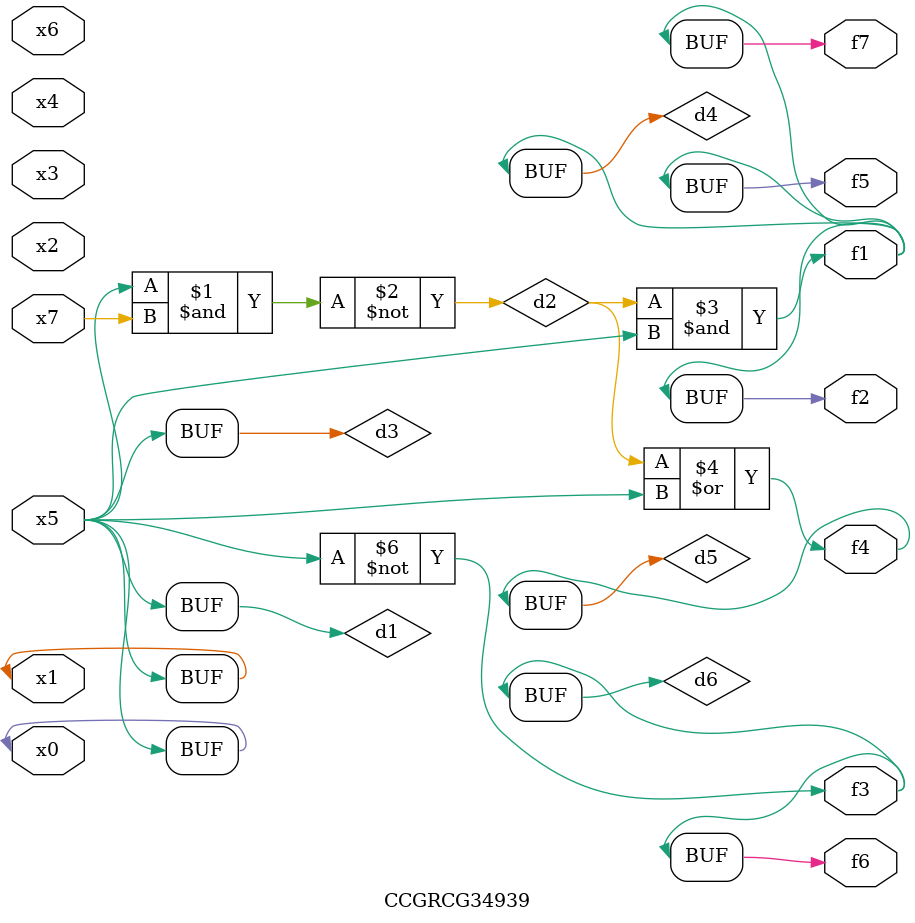
<source format=v>
module CCGRCG34939(
	input x0, x1, x2, x3, x4, x5, x6, x7,
	output f1, f2, f3, f4, f5, f6, f7
);

	wire d1, d2, d3, d4, d5, d6;

	buf (d1, x0, x5);
	nand (d2, x5, x7);
	buf (d3, x0, x1);
	and (d4, d2, d3);
	or (d5, d2, d3);
	nor (d6, d1, d3);
	assign f1 = d4;
	assign f2 = d4;
	assign f3 = d6;
	assign f4 = d5;
	assign f5 = d4;
	assign f6 = d6;
	assign f7 = d4;
endmodule

</source>
